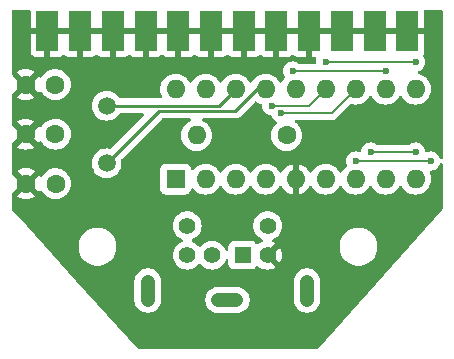
<source format=gbr>
%TF.GenerationSoftware,KiCad,Pcbnew,8.0.7*%
%TF.CreationDate,2025-01-12T22:52:32-06:00*%
%TF.ProjectId,Parallel-to-PS2-Keyboard-Adapter,50617261-6c6c-4656-9c2d-746f2d505332,v1.0*%
%TF.SameCoordinates,Original*%
%TF.FileFunction,Copper,L2,Bot*%
%TF.FilePolarity,Positive*%
%FSLAX46Y46*%
G04 Gerber Fmt 4.6, Leading zero omitted, Abs format (unit mm)*
G04 Created by KiCad (PCBNEW 8.0.7) date 2025-01-12 22:52:32*
%MOMM*%
%LPD*%
G01*
G04 APERTURE LIST*
%TA.AperFunction,ComponentPad*%
%ADD10C,1.600000*%
%TD*%
%TA.AperFunction,ComponentPad*%
%ADD11O,1.600000X1.600000*%
%TD*%
%TA.AperFunction,SMDPad,CuDef*%
%ADD12R,1.846667X3.480000*%
%TD*%
%TA.AperFunction,ComponentPad*%
%ADD13R,1.600000X1.600000*%
%TD*%
%TA.AperFunction,ComponentPad*%
%ADD14C,1.500000*%
%TD*%
%TA.AperFunction,ComponentPad*%
%ADD15R,1.408000X1.408000*%
%TD*%
%TA.AperFunction,ComponentPad*%
%ADD16C,1.408000*%
%TD*%
%TA.AperFunction,ComponentPad*%
%ADD17O,2.730000X1.230000*%
%TD*%
%TA.AperFunction,ComponentPad*%
%ADD18O,1.230000X2.730000*%
%TD*%
%TA.AperFunction,ViaPad*%
%ADD19C,0.800000*%
%TD*%
%TA.AperFunction,ViaPad*%
%ADD20C,0.600000*%
%TD*%
%TA.AperFunction,Conductor*%
%ADD21C,0.250000*%
%TD*%
%TA.AperFunction,Conductor*%
%ADD22C,0.200000*%
%TD*%
G04 APERTURE END LIST*
D10*
%TO.P,C3,1*%
%TO.N,+5V*%
X146050000Y-104394000D03*
%TO.P,C3,2*%
%TO.N,GND*%
X143550000Y-104394000D03*
%TD*%
%TO.P,R1,1*%
%TO.N,+5V*%
X165608000Y-100310000D03*
D11*
%TO.P,R1,2*%
%TO.N,Net-(U1-~{MCLR})*%
X157988000Y-100310000D03*
%TD*%
D10*
%TO.P,C1,1*%
%TO.N,GND*%
X143530000Y-96012000D03*
%TO.P,C1,2*%
%TO.N,Net-(U1-OSC1{slash}CLKIN)*%
X146030000Y-96012000D03*
%TD*%
D12*
%TO.P,J3,14,P14*%
%TO.N,GND*%
X175835000Y-91440000D03*
%TO.P,J3,15,P15*%
X173065000Y-91440000D03*
%TO.P,J3,16,P16*%
X170295000Y-91440000D03*
%TO.P,J3,17,P17*%
X167525000Y-91440000D03*
%TO.P,J3,18,P18*%
X164755000Y-91440000D03*
%TO.P,J3,19,P19*%
X161985000Y-91440000D03*
%TO.P,J3,20,P20*%
X159215000Y-91440000D03*
%TO.P,J3,21,P21*%
X156445000Y-91440000D03*
%TO.P,J3,22,P22*%
X153675000Y-91440000D03*
%TO.P,J3,23,P23*%
X150905000Y-91440000D03*
%TO.P,J3,24,P24*%
X148135000Y-91440000D03*
%TO.P,J3,25,P25*%
X145365000Y-91440000D03*
%TD*%
D13*
%TO.P,U1,1,RA2*%
%TO.N,unconnected-(U1-RA2-Pad1)*%
X156210000Y-104013000D03*
D11*
%TO.P,U1,2,RA3*%
%TO.N,unconnected-(U1-RA3-Pad2)*%
X158750000Y-104013000D03*
%TO.P,U1,3,TOCKI/RA4*%
%TO.N,/PS{slash}2 Data In*%
X161290000Y-104013000D03*
%TO.P,U1,4,~{MCLR}*%
%TO.N,Net-(U1-~{MCLR})*%
X163830000Y-104013000D03*
%TO.P,U1,5,VSS*%
%TO.N,GND*%
X166370000Y-104013000D03*
%TO.P,U1,6,INT/RB0*%
%TO.N,/PS{slash}2 Clock In*%
X168910000Y-104013000D03*
%TO.P,U1,7,RB1*%
%TO.N,/BIT1*%
X171450000Y-104013000D03*
%TO.P,U1,8,RB2*%
%TO.N,/BIT2*%
X173990000Y-104013000D03*
%TO.P,U1,9,RB3*%
%TO.N,/BIT3*%
X176530000Y-104013000D03*
%TO.P,U1,10,RB4*%
%TO.N,/BIT4*%
X176530000Y-96393000D03*
%TO.P,U1,11,RB5*%
%TO.N,/BIT5*%
X173990000Y-96393000D03*
%TO.P,U1,12,RB6*%
%TO.N,/BIT6*%
X171450000Y-96393000D03*
%TO.P,U1,13,RB7*%
%TO.N,/BIT7*%
X168910000Y-96393000D03*
%TO.P,U1,14,VDD*%
%TO.N,+5V*%
X166370000Y-96393000D03*
%TO.P,U1,15,OSC2/CLKOUT*%
%TO.N,Net-(U1-OSC2{slash}CLKOUT)*%
X163830000Y-96393000D03*
%TO.P,U1,16,OSC1/CLKIN*%
%TO.N,Net-(U1-OSC1{slash}CLKIN)*%
X161290000Y-96393000D03*
%TO.P,U1,17,RA0*%
%TO.N,unconnected-(U1-RA0-Pad17)*%
X158750000Y-96393000D03*
%TO.P,U1,18,RA1*%
%TO.N,/{slash}STROBE*%
X156210000Y-96393000D03*
%TD*%
D14*
%TO.P,Y1,1,1*%
%TO.N,Net-(U1-OSC1{slash}CLKIN)*%
X150368000Y-97790000D03*
%TO.P,Y1,2,2*%
%TO.N,Net-(U1-OSC2{slash}CLKOUT)*%
X150368000Y-102670000D03*
%TD*%
D15*
%TO.P,J1,1*%
%TO.N,/PS{slash}2 Data In*%
X161900000Y-110450000D03*
D16*
%TO.P,J1,2*%
%TO.N,unconnected-(J1-Pad2)*%
X159300000Y-110450000D03*
%TO.P,J1,3*%
%TO.N,GND*%
X164000000Y-110450000D03*
%TO.P,J1,4*%
%TO.N,+5V*%
X157200000Y-110450000D03*
%TO.P,J1,5*%
%TO.N,/PS{slash}2 Clock In*%
X164000000Y-107950000D03*
%TO.P,J1,6*%
%TO.N,unconnected-(J1-Pad6)*%
X157200000Y-107950000D03*
D17*
%TO.P,J1,S1*%
%TO.N,N/C*%
X160600000Y-114250000D03*
D18*
%TO.P,J1,S2*%
X153850000Y-113450000D03*
%TO.P,J1,S3*%
X167350000Y-113450000D03*
%TD*%
D10*
%TO.P,C2,1*%
%TO.N,GND*%
X143530000Y-100203000D03*
%TO.P,C2,2*%
%TO.N,Net-(U1-OSC2{slash}CLKOUT)*%
X146030000Y-100203000D03*
%TD*%
D19*
%TO.N,GND*%
X157861000Y-94107000D03*
D20*
%TO.N,/BIT1*%
X171450000Y-102489000D03*
X177800000Y-102489000D03*
%TO.N,/BIT3*%
X172720000Y-101727000D03*
X176530000Y-101727000D03*
%TO.N,/BIT4*%
X176530000Y-94107000D03*
X168910000Y-94107000D03*
%TO.N,/BIT5*%
X173990000Y-94869000D03*
X166116000Y-94869000D03*
%TO.N,/BIT6*%
X165100000Y-98390000D03*
%TO.N,/BIT7*%
X164338000Y-97790000D03*
%TD*%
D21*
%TO.N,Net-(U1-OSC1{slash}CLKIN)*%
X159893000Y-97790000D02*
X161290000Y-96393000D01*
X150368000Y-97790000D02*
X159893000Y-97790000D01*
%TO.N,Net-(U1-OSC2{slash}CLKOUT)*%
X154798000Y-98240000D02*
X161226116Y-98240000D01*
X150368000Y-102670000D02*
X154798000Y-98240000D01*
X163073116Y-96393000D02*
X163830000Y-96393000D01*
X161226116Y-98240000D02*
X163073116Y-96393000D01*
D22*
%TO.N,/BIT1*%
X171450000Y-102489000D02*
X177800000Y-102489000D01*
%TO.N,/BIT3*%
X176530000Y-101727000D02*
X172720000Y-101727000D01*
%TO.N,/BIT4*%
X176530000Y-94107000D02*
X168910000Y-94107000D01*
%TO.N,/BIT5*%
X173990000Y-94869000D02*
X166116000Y-94869000D01*
%TO.N,/BIT6*%
X171450000Y-96393000D02*
X169453000Y-98390000D01*
X169453000Y-98390000D02*
X165100000Y-98390000D01*
%TO.N,/BIT7*%
X164338000Y-97790000D02*
X167513000Y-97790000D01*
X167513000Y-97790000D02*
X168910000Y-96393000D01*
%TD*%
%TA.AperFunction,Conductor*%
%TO.N,GND*%
G36*
X143875787Y-89677702D02*
G01*
X143922280Y-89731358D01*
X143933666Y-89783700D01*
X143933666Y-91186000D01*
X177266334Y-91186000D01*
X177266334Y-89783700D01*
X177286336Y-89715579D01*
X177339992Y-89669086D01*
X177392334Y-89657700D01*
X178694300Y-89657700D01*
X178762421Y-89677702D01*
X178808914Y-89731358D01*
X178820300Y-89783700D01*
X178820300Y-102215336D01*
X178800298Y-102283457D01*
X178746642Y-102329950D01*
X178676368Y-102340054D01*
X178611788Y-102310560D01*
X178575371Y-102256951D01*
X178560809Y-102215336D01*
X178533043Y-102135985D01*
X178533041Y-102135982D01*
X178533041Y-102135981D01*
X178436112Y-101981720D01*
X178436111Y-101981718D01*
X178307281Y-101852888D01*
X178307279Y-101852887D01*
X178153018Y-101755958D01*
X178153015Y-101755957D01*
X177981050Y-101695784D01*
X177981049Y-101695783D01*
X177981047Y-101695783D01*
X177800000Y-101675384D01*
X177618953Y-101695783D01*
X177499806Y-101737474D01*
X177428903Y-101741092D01*
X177367298Y-101705803D01*
X177334552Y-101642810D01*
X177332987Y-101632666D01*
X177323217Y-101545953D01*
X177263043Y-101373985D01*
X177263041Y-101373982D01*
X177263041Y-101373981D01*
X177166112Y-101219720D01*
X177166111Y-101219718D01*
X177037281Y-101090888D01*
X177037279Y-101090887D01*
X176883018Y-100993958D01*
X176883015Y-100993957D01*
X176711050Y-100933784D01*
X176711049Y-100933783D01*
X176711047Y-100933783D01*
X176530000Y-100913384D01*
X176348953Y-100933783D01*
X176348950Y-100933783D01*
X176348949Y-100933784D01*
X176176984Y-100993957D01*
X176176981Y-100993958D01*
X176022725Y-101090883D01*
X176022570Y-101091008D01*
X176022450Y-101091056D01*
X176016727Y-101094653D01*
X176016097Y-101093650D01*
X175956841Y-101117845D01*
X175944006Y-101118500D01*
X173305994Y-101118500D01*
X173237873Y-101098498D01*
X173227430Y-101091008D01*
X173227274Y-101090883D01*
X173073018Y-100993958D01*
X173073015Y-100993957D01*
X172901050Y-100933784D01*
X172901049Y-100933783D01*
X172901047Y-100933783D01*
X172720000Y-100913384D01*
X172538953Y-100933783D01*
X172538950Y-100933783D01*
X172538949Y-100933784D01*
X172366984Y-100993957D01*
X172366981Y-100993958D01*
X172212720Y-101090887D01*
X172212718Y-101090888D01*
X172083888Y-101219718D01*
X172083887Y-101219720D01*
X171986958Y-101373981D01*
X171986957Y-101373984D01*
X171927368Y-101544282D01*
X171926783Y-101545953D01*
X171923404Y-101575944D01*
X171917014Y-101632653D01*
X171889509Y-101698106D01*
X171830985Y-101738298D01*
X171760022Y-101740469D01*
X171750191Y-101737473D01*
X171631050Y-101695784D01*
X171631049Y-101695783D01*
X171631047Y-101695783D01*
X171450000Y-101675384D01*
X171268953Y-101695783D01*
X171268950Y-101695783D01*
X171268949Y-101695784D01*
X171096984Y-101755957D01*
X171096981Y-101755958D01*
X170942720Y-101852887D01*
X170942718Y-101852888D01*
X170813888Y-101981718D01*
X170813887Y-101981720D01*
X170716958Y-102135981D01*
X170716957Y-102135984D01*
X170681289Y-102237920D01*
X170656783Y-102307953D01*
X170636384Y-102489000D01*
X170656783Y-102670047D01*
X170656783Y-102670049D01*
X170656784Y-102670050D01*
X170709853Y-102821714D01*
X170713472Y-102892619D01*
X170678183Y-102954224D01*
X170663196Y-102966541D01*
X170605702Y-103006799D01*
X170605701Y-103006800D01*
X170443799Y-103168703D01*
X170312477Y-103356250D01*
X170294195Y-103395457D01*
X170247278Y-103448742D01*
X170179001Y-103468203D01*
X170111041Y-103447661D01*
X170065805Y-103395457D01*
X170062234Y-103387799D01*
X170047523Y-103356251D01*
X169916198Y-103168700D01*
X169754300Y-103006802D01*
X169739274Y-102996281D01*
X169566749Y-102875477D01*
X169359246Y-102778717D01*
X169359240Y-102778715D01*
X169265771Y-102753670D01*
X169138087Y-102719457D01*
X168910000Y-102699502D01*
X168681913Y-102719457D01*
X168460759Y-102778715D01*
X168460753Y-102778717D01*
X168253250Y-102875477D01*
X168065703Y-103006799D01*
X168065697Y-103006804D01*
X167903804Y-103168697D01*
X167903799Y-103168703D01*
X167772475Y-103356252D01*
X167753918Y-103396049D01*
X167707001Y-103449333D01*
X167638724Y-103468794D01*
X167570764Y-103448252D01*
X167525530Y-103396049D01*
X167507089Y-103356503D01*
X167375815Y-103169025D01*
X167375810Y-103169019D01*
X167213980Y-103007189D01*
X167213974Y-103007184D01*
X167026498Y-102875912D01*
X166819073Y-102779188D01*
X166819071Y-102779187D01*
X166624000Y-102726917D01*
X166624000Y-103701314D01*
X166615606Y-103692920D01*
X166524394Y-103640259D01*
X166422661Y-103613000D01*
X166317339Y-103613000D01*
X166215606Y-103640259D01*
X166124394Y-103692920D01*
X166116000Y-103701314D01*
X166116000Y-102726917D01*
X166115999Y-102726917D01*
X165920928Y-102779187D01*
X165920926Y-102779188D01*
X165713501Y-102875912D01*
X165526025Y-103007184D01*
X165526019Y-103007189D01*
X165364189Y-103169019D01*
X165364184Y-103169025D01*
X165232910Y-103356504D01*
X165214468Y-103396051D01*
X165167550Y-103449335D01*
X165099272Y-103468794D01*
X165031313Y-103448250D01*
X164986080Y-103396047D01*
X164967641Y-103356504D01*
X164967523Y-103356251D01*
X164836198Y-103168700D01*
X164674300Y-103006802D01*
X164659274Y-102996281D01*
X164486749Y-102875477D01*
X164279246Y-102778717D01*
X164279240Y-102778715D01*
X164185771Y-102753670D01*
X164058087Y-102719457D01*
X163830000Y-102699502D01*
X163601913Y-102719457D01*
X163380759Y-102778715D01*
X163380753Y-102778717D01*
X163173250Y-102875477D01*
X162985703Y-103006799D01*
X162985697Y-103006804D01*
X162823804Y-103168697D01*
X162823799Y-103168703D01*
X162692477Y-103356250D01*
X162674195Y-103395457D01*
X162627278Y-103448742D01*
X162559001Y-103468203D01*
X162491041Y-103447661D01*
X162445805Y-103395457D01*
X162442234Y-103387799D01*
X162427523Y-103356251D01*
X162296198Y-103168700D01*
X162134300Y-103006802D01*
X162119274Y-102996281D01*
X161946749Y-102875477D01*
X161739246Y-102778717D01*
X161739240Y-102778715D01*
X161645771Y-102753670D01*
X161518087Y-102719457D01*
X161290000Y-102699502D01*
X161061913Y-102719457D01*
X160840759Y-102778715D01*
X160840753Y-102778717D01*
X160633250Y-102875477D01*
X160445703Y-103006799D01*
X160445697Y-103006804D01*
X160283804Y-103168697D01*
X160283799Y-103168703D01*
X160152477Y-103356250D01*
X160134195Y-103395457D01*
X160087278Y-103448742D01*
X160019001Y-103468203D01*
X159951041Y-103447661D01*
X159905805Y-103395457D01*
X159902234Y-103387799D01*
X159887523Y-103356251D01*
X159756198Y-103168700D01*
X159594300Y-103006802D01*
X159579274Y-102996281D01*
X159406749Y-102875477D01*
X159199246Y-102778717D01*
X159199240Y-102778715D01*
X159105771Y-102753670D01*
X158978087Y-102719457D01*
X158750000Y-102699502D01*
X158521913Y-102719457D01*
X158300759Y-102778715D01*
X158300753Y-102778717D01*
X158093250Y-102875477D01*
X157905703Y-103006799D01*
X157905697Y-103006804D01*
X157743804Y-103168697D01*
X157743795Y-103168708D01*
X157741483Y-103172010D01*
X157686021Y-103216333D01*
X157615401Y-103223635D01*
X157552044Y-103191598D01*
X157516065Y-103130393D01*
X157512999Y-103113198D01*
X157511989Y-103103799D01*
X157511347Y-103102079D01*
X157475811Y-103006804D01*
X157460889Y-102966796D01*
X157460888Y-102966794D01*
X157460887Y-102966792D01*
X157373261Y-102849738D01*
X157256207Y-102762112D01*
X157256202Y-102762110D01*
X157119204Y-102711011D01*
X157119196Y-102711009D01*
X157058649Y-102704500D01*
X157058638Y-102704500D01*
X155361362Y-102704500D01*
X155361350Y-102704500D01*
X155300803Y-102711009D01*
X155300795Y-102711011D01*
X155163797Y-102762110D01*
X155163792Y-102762112D01*
X155046738Y-102849738D01*
X154959112Y-102966792D01*
X154959110Y-102966797D01*
X154908011Y-103103795D01*
X154908009Y-103103803D01*
X154901500Y-103164350D01*
X154901500Y-104861649D01*
X154908009Y-104922196D01*
X154908011Y-104922204D01*
X154959110Y-105059202D01*
X154959112Y-105059207D01*
X155046738Y-105176261D01*
X155163792Y-105263887D01*
X155163794Y-105263888D01*
X155163796Y-105263889D01*
X155222875Y-105285924D01*
X155300795Y-105314988D01*
X155300803Y-105314990D01*
X155361350Y-105321499D01*
X155361355Y-105321499D01*
X155361362Y-105321500D01*
X155361368Y-105321500D01*
X157058632Y-105321500D01*
X157058638Y-105321500D01*
X157058645Y-105321499D01*
X157058649Y-105321499D01*
X157119196Y-105314990D01*
X157119199Y-105314989D01*
X157119201Y-105314989D01*
X157256204Y-105263889D01*
X157278389Y-105247282D01*
X157373261Y-105176261D01*
X157460887Y-105059207D01*
X157460887Y-105059206D01*
X157460889Y-105059204D01*
X157511989Y-104922201D01*
X157512998Y-104912808D01*
X157540163Y-104847215D01*
X157598478Y-104806721D01*
X157669429Y-104804182D01*
X157730490Y-104840405D01*
X157741487Y-104853995D01*
X157743796Y-104857292D01*
X157743802Y-104857300D01*
X157905700Y-105019198D01*
X158093251Y-105150523D01*
X158300757Y-105247284D01*
X158521913Y-105306543D01*
X158750000Y-105326498D01*
X158978087Y-105306543D01*
X159199243Y-105247284D01*
X159406749Y-105150523D01*
X159594300Y-105019198D01*
X159756198Y-104857300D01*
X159887523Y-104669749D01*
X159905805Y-104630543D01*
X159952721Y-104577258D01*
X160020998Y-104557796D01*
X160088958Y-104578337D01*
X160134195Y-104630543D01*
X160152477Y-104669749D01*
X160283802Y-104857300D01*
X160445700Y-105019198D01*
X160633251Y-105150523D01*
X160840757Y-105247284D01*
X161061913Y-105306543D01*
X161290000Y-105326498D01*
X161518087Y-105306543D01*
X161739243Y-105247284D01*
X161946749Y-105150523D01*
X162134300Y-105019198D01*
X162296198Y-104857300D01*
X162427523Y-104669749D01*
X162445805Y-104630543D01*
X162492721Y-104577258D01*
X162560998Y-104557796D01*
X162628958Y-104578337D01*
X162674195Y-104630543D01*
X162692477Y-104669749D01*
X162823802Y-104857300D01*
X162985700Y-105019198D01*
X163173251Y-105150523D01*
X163380757Y-105247284D01*
X163601913Y-105306543D01*
X163830000Y-105326498D01*
X164058087Y-105306543D01*
X164279243Y-105247284D01*
X164486749Y-105150523D01*
X164674300Y-105019198D01*
X164836198Y-104857300D01*
X164967523Y-104669749D01*
X164986081Y-104629950D01*
X165032995Y-104576667D01*
X165101272Y-104557205D01*
X165169232Y-104577745D01*
X165214469Y-104629949D01*
X165232911Y-104669497D01*
X165364184Y-104856974D01*
X165364189Y-104856980D01*
X165526019Y-105018810D01*
X165526025Y-105018815D01*
X165713501Y-105150087D01*
X165920926Y-105246811D01*
X165920931Y-105246813D01*
X166116000Y-105299081D01*
X166116000Y-104324686D01*
X166124394Y-104333080D01*
X166215606Y-104385741D01*
X166317339Y-104413000D01*
X166422661Y-104413000D01*
X166524394Y-104385741D01*
X166615606Y-104333080D01*
X166624000Y-104324686D01*
X166624000Y-105299081D01*
X166819068Y-105246813D01*
X166819073Y-105246811D01*
X167026498Y-105150087D01*
X167213974Y-105018815D01*
X167213980Y-105018810D01*
X167375810Y-104856980D01*
X167375815Y-104856974D01*
X167507087Y-104669498D01*
X167525529Y-104629951D01*
X167572446Y-104576666D01*
X167640723Y-104557205D01*
X167708683Y-104577747D01*
X167753919Y-104629951D01*
X167772477Y-104669749D01*
X167903802Y-104857300D01*
X168065700Y-105019198D01*
X168253251Y-105150523D01*
X168460757Y-105247284D01*
X168681913Y-105306543D01*
X168910000Y-105326498D01*
X169138087Y-105306543D01*
X169359243Y-105247284D01*
X169566749Y-105150523D01*
X169754300Y-105019198D01*
X169916198Y-104857300D01*
X170047523Y-104669749D01*
X170065805Y-104630543D01*
X170112721Y-104577258D01*
X170180998Y-104557796D01*
X170248958Y-104578337D01*
X170294195Y-104630543D01*
X170312477Y-104669749D01*
X170443802Y-104857300D01*
X170605700Y-105019198D01*
X170793251Y-105150523D01*
X171000757Y-105247284D01*
X171221913Y-105306543D01*
X171450000Y-105326498D01*
X171678087Y-105306543D01*
X171899243Y-105247284D01*
X172106749Y-105150523D01*
X172294300Y-105019198D01*
X172456198Y-104857300D01*
X172587523Y-104669749D01*
X172605805Y-104630543D01*
X172652721Y-104577258D01*
X172720998Y-104557796D01*
X172788958Y-104578337D01*
X172834195Y-104630543D01*
X172852477Y-104669749D01*
X172983802Y-104857300D01*
X173145700Y-105019198D01*
X173333251Y-105150523D01*
X173540757Y-105247284D01*
X173761913Y-105306543D01*
X173990000Y-105326498D01*
X174218087Y-105306543D01*
X174439243Y-105247284D01*
X174646749Y-105150523D01*
X174834300Y-105019198D01*
X174996198Y-104857300D01*
X175127523Y-104669749D01*
X175145805Y-104630543D01*
X175192721Y-104577258D01*
X175260998Y-104557796D01*
X175328958Y-104578337D01*
X175374195Y-104630543D01*
X175392477Y-104669749D01*
X175523802Y-104857300D01*
X175685700Y-105019198D01*
X175873251Y-105150523D01*
X176080757Y-105247284D01*
X176301913Y-105306543D01*
X176530000Y-105326498D01*
X176758087Y-105306543D01*
X176979243Y-105247284D01*
X177186749Y-105150523D01*
X177374300Y-105019198D01*
X177536198Y-104857300D01*
X177667523Y-104669749D01*
X177764284Y-104462243D01*
X177823543Y-104241087D01*
X177843498Y-104013000D01*
X177823543Y-103784913D01*
X177764284Y-103563757D01*
X177724438Y-103478307D01*
X177713778Y-103408119D01*
X177742758Y-103343306D01*
X177802177Y-103304449D01*
X177824519Y-103299853D01*
X177981047Y-103282217D01*
X178153015Y-103222043D01*
X178307281Y-103125111D01*
X178436111Y-102996281D01*
X178533043Y-102842015D01*
X178575371Y-102721047D01*
X178616749Y-102663356D01*
X178682749Y-102637194D01*
X178752417Y-102650867D01*
X178803633Y-102700034D01*
X178820300Y-102762663D01*
X178820300Y-106517079D01*
X178800298Y-106585200D01*
X178788211Y-106601084D01*
X168254386Y-118377105D01*
X168194061Y-118414541D01*
X168160475Y-118419100D01*
X153097829Y-118419100D01*
X153029708Y-118399098D01*
X153004213Y-118377433D01*
X147810079Y-112611579D01*
X152726500Y-112611579D01*
X152726500Y-114288421D01*
X152754164Y-114463087D01*
X152808812Y-114631274D01*
X152889097Y-114788842D01*
X152993042Y-114931911D01*
X152993044Y-114931913D01*
X152993046Y-114931916D01*
X153118083Y-115056953D01*
X153118086Y-115056955D01*
X153118089Y-115056958D01*
X153261158Y-115160903D01*
X153418726Y-115241188D01*
X153586913Y-115295836D01*
X153761579Y-115323500D01*
X153761582Y-115323500D01*
X153938418Y-115323500D01*
X153938421Y-115323500D01*
X154113087Y-115295836D01*
X154281274Y-115241188D01*
X154438842Y-115160903D01*
X154581911Y-115056958D01*
X154706958Y-114931911D01*
X154810903Y-114788842D01*
X154891188Y-114631274D01*
X154945836Y-114463087D01*
X154973500Y-114288421D01*
X154973500Y-114161579D01*
X158726500Y-114161579D01*
X158726500Y-114338421D01*
X158754164Y-114513087D01*
X158808812Y-114681274D01*
X158889097Y-114838842D01*
X158993042Y-114981911D01*
X158993044Y-114981913D01*
X158993046Y-114981916D01*
X159118083Y-115106953D01*
X159118086Y-115106955D01*
X159118089Y-115106958D01*
X159261158Y-115210903D01*
X159418726Y-115291188D01*
X159586913Y-115345836D01*
X159761579Y-115373500D01*
X159761582Y-115373500D01*
X161438418Y-115373500D01*
X161438421Y-115373500D01*
X161613087Y-115345836D01*
X161781274Y-115291188D01*
X161938842Y-115210903D01*
X162081911Y-115106958D01*
X162206958Y-114981911D01*
X162310903Y-114838842D01*
X162391188Y-114681274D01*
X162445836Y-114513087D01*
X162473500Y-114338421D01*
X162473500Y-114161579D01*
X162445836Y-113986913D01*
X162391188Y-113818726D01*
X162310903Y-113661158D01*
X162206958Y-113518089D01*
X162206955Y-113518086D01*
X162206953Y-113518083D01*
X162081916Y-113393046D01*
X162081913Y-113393044D01*
X162081911Y-113393042D01*
X161938842Y-113289097D01*
X161781274Y-113208812D01*
X161781273Y-113208811D01*
X161781272Y-113208811D01*
X161613090Y-113154165D01*
X161613087Y-113154164D01*
X161438421Y-113126500D01*
X159761579Y-113126500D01*
X159586913Y-113154164D01*
X159586910Y-113154164D01*
X159586909Y-113154165D01*
X159418727Y-113208811D01*
X159261154Y-113289099D01*
X159118086Y-113393044D01*
X159118083Y-113393046D01*
X158993046Y-113518083D01*
X158993044Y-113518086D01*
X158889099Y-113661154D01*
X158808811Y-113818727D01*
X158754165Y-113986909D01*
X158754164Y-113986913D01*
X158726500Y-114161579D01*
X154973500Y-114161579D01*
X154973500Y-112611579D01*
X166226500Y-112611579D01*
X166226500Y-114288421D01*
X166254164Y-114463087D01*
X166308812Y-114631274D01*
X166389097Y-114788842D01*
X166493042Y-114931911D01*
X166493044Y-114931913D01*
X166493046Y-114931916D01*
X166618083Y-115056953D01*
X166618086Y-115056955D01*
X166618089Y-115056958D01*
X166761158Y-115160903D01*
X166918726Y-115241188D01*
X167086913Y-115295836D01*
X167261579Y-115323500D01*
X167261582Y-115323500D01*
X167438418Y-115323500D01*
X167438421Y-115323500D01*
X167613087Y-115295836D01*
X167781274Y-115241188D01*
X167938842Y-115160903D01*
X168081911Y-115056958D01*
X168206958Y-114931911D01*
X168310903Y-114788842D01*
X168391188Y-114631274D01*
X168445836Y-114463087D01*
X168473500Y-114288421D01*
X168473500Y-112611579D01*
X168445836Y-112436913D01*
X168391188Y-112268726D01*
X168310903Y-112111158D01*
X168206958Y-111968089D01*
X168206955Y-111968086D01*
X168206953Y-111968083D01*
X168081916Y-111843046D01*
X168081913Y-111843044D01*
X168081911Y-111843042D01*
X167938842Y-111739097D01*
X167781274Y-111658812D01*
X167781273Y-111658811D01*
X167781272Y-111658811D01*
X167613090Y-111604165D01*
X167613087Y-111604164D01*
X167438421Y-111576500D01*
X167261579Y-111576500D01*
X167086913Y-111604164D01*
X167086910Y-111604164D01*
X167086909Y-111604165D01*
X166918727Y-111658811D01*
X166761154Y-111739099D01*
X166618086Y-111843044D01*
X166618083Y-111843046D01*
X166493046Y-111968083D01*
X166493044Y-111968086D01*
X166389099Y-112111154D01*
X166308811Y-112268727D01*
X166254165Y-112436909D01*
X166254164Y-112436913D01*
X166226500Y-112611579D01*
X154973500Y-112611579D01*
X154945836Y-112436913D01*
X154891188Y-112268726D01*
X154810903Y-112111158D01*
X154706958Y-111968089D01*
X154706955Y-111968086D01*
X154706953Y-111968083D01*
X154581916Y-111843046D01*
X154581913Y-111843044D01*
X154581911Y-111843042D01*
X154438842Y-111739097D01*
X154281274Y-111658812D01*
X154281273Y-111658811D01*
X154281272Y-111658811D01*
X154113090Y-111604165D01*
X154113087Y-111604164D01*
X153938421Y-111576500D01*
X153761579Y-111576500D01*
X153586913Y-111604164D01*
X153586910Y-111604164D01*
X153586909Y-111604165D01*
X153418727Y-111658811D01*
X153261154Y-111739099D01*
X153118086Y-111843044D01*
X153118083Y-111843046D01*
X152993046Y-111968083D01*
X152993044Y-111968086D01*
X152889099Y-112111154D01*
X152808811Y-112268727D01*
X152754165Y-112436909D01*
X152754164Y-112436913D01*
X152726500Y-112611579D01*
X147810079Y-112611579D01*
X145098952Y-109602038D01*
X148005500Y-109602038D01*
X148005500Y-109853962D01*
X148041952Y-110084110D01*
X148044911Y-110102790D01*
X148122757Y-110342374D01*
X148122759Y-110342379D01*
X148237130Y-110566845D01*
X148385207Y-110770656D01*
X148385209Y-110770658D01*
X148385211Y-110770661D01*
X148563338Y-110948788D01*
X148563341Y-110948790D01*
X148563344Y-110948793D01*
X148767155Y-111096870D01*
X148991621Y-111211241D01*
X149231215Y-111289090D01*
X149480038Y-111328500D01*
X149480041Y-111328500D01*
X149731959Y-111328500D01*
X149731962Y-111328500D01*
X149980785Y-111289090D01*
X150220379Y-111211241D01*
X150444845Y-111096870D01*
X150648656Y-110948793D01*
X150826793Y-110770656D01*
X150974870Y-110566845D01*
X151089241Y-110342379D01*
X151167090Y-110102785D01*
X151206500Y-109853962D01*
X151206500Y-109602038D01*
X151167090Y-109353215D01*
X151089241Y-109113621D01*
X150974870Y-108889155D01*
X150826793Y-108685344D01*
X150826790Y-108685341D01*
X150826788Y-108685338D01*
X150648661Y-108507211D01*
X150648658Y-108507209D01*
X150648656Y-108507207D01*
X150495235Y-108395741D01*
X150444848Y-108359132D01*
X150444847Y-108359131D01*
X150444845Y-108359130D01*
X150220379Y-108244759D01*
X150220376Y-108244758D01*
X150220374Y-108244757D01*
X149980790Y-108166911D01*
X149980786Y-108166910D01*
X149980785Y-108166910D01*
X149731962Y-108127500D01*
X149480038Y-108127500D01*
X149231215Y-108166910D01*
X149231209Y-108166911D01*
X148991625Y-108244757D01*
X148991619Y-108244760D01*
X148767151Y-108359132D01*
X148563341Y-108507209D01*
X148563338Y-108507211D01*
X148385211Y-108685338D01*
X148385209Y-108685341D01*
X148237132Y-108889151D01*
X148122760Y-109113619D01*
X148122757Y-109113625D01*
X148044911Y-109353209D01*
X148044910Y-109353214D01*
X148044910Y-109353215D01*
X148005500Y-109602038D01*
X145098952Y-109602038D01*
X143610724Y-107950000D01*
X155982868Y-107950000D01*
X156001359Y-108161353D01*
X156023707Y-108244757D01*
X156056269Y-108366282D01*
X156056271Y-108366286D01*
X156145932Y-108558564D01*
X156145933Y-108558566D01*
X156267616Y-108732348D01*
X156267620Y-108732353D01*
X156267623Y-108732357D01*
X156417643Y-108882377D01*
X156417647Y-108882380D01*
X156417651Y-108882383D01*
X156516806Y-108951812D01*
X156591434Y-109004067D01*
X156713827Y-109061140D01*
X156766720Y-109085805D01*
X156820005Y-109132723D01*
X156839466Y-109201000D01*
X156818924Y-109268960D01*
X156766720Y-109314195D01*
X156591436Y-109395932D01*
X156591433Y-109395933D01*
X156417651Y-109517616D01*
X156417640Y-109517625D01*
X156267625Y-109667640D01*
X156267616Y-109667651D01*
X156145933Y-109841433D01*
X156145932Y-109841435D01*
X156056271Y-110033713D01*
X156056269Y-110033717D01*
X156037571Y-110103500D01*
X156001359Y-110238647D01*
X155982868Y-110450000D01*
X156001359Y-110661353D01*
X156016725Y-110718699D01*
X156056269Y-110866282D01*
X156056271Y-110866286D01*
X156145932Y-111058564D01*
X156145933Y-111058566D01*
X156267616Y-111232348D01*
X156267620Y-111232353D01*
X156267623Y-111232357D01*
X156417643Y-111382377D01*
X156417647Y-111382380D01*
X156417651Y-111382383D01*
X156458599Y-111411055D01*
X156591434Y-111504067D01*
X156783716Y-111593730D01*
X156988647Y-111648641D01*
X157200000Y-111667132D01*
X157411353Y-111648641D01*
X157616284Y-111593730D01*
X157808566Y-111504067D01*
X157982357Y-111382377D01*
X158132377Y-111232357D01*
X158146787Y-111211776D01*
X158202243Y-111167449D01*
X158272862Y-111160139D01*
X158336223Y-111192170D01*
X158353211Y-111211774D01*
X158362687Y-111225307D01*
X158367616Y-111232348D01*
X158367623Y-111232357D01*
X158517643Y-111382377D01*
X158517647Y-111382380D01*
X158517651Y-111382383D01*
X158558599Y-111411055D01*
X158691434Y-111504067D01*
X158883716Y-111593730D01*
X159088647Y-111648641D01*
X159300000Y-111667132D01*
X159511353Y-111648641D01*
X159716284Y-111593730D01*
X159908566Y-111504067D01*
X160082357Y-111382377D01*
X160232377Y-111232357D01*
X160354067Y-111058566D01*
X160443730Y-110866284D01*
X160443731Y-110866282D01*
X160446055Y-110861298D01*
X160447539Y-110861990D01*
X160485187Y-110810852D01*
X160551507Y-110785510D01*
X160620999Y-110800046D01*
X160671601Y-110849845D01*
X160687500Y-110911113D01*
X160687500Y-111202649D01*
X160694009Y-111263196D01*
X160694011Y-111263204D01*
X160745110Y-111400202D01*
X160745112Y-111400207D01*
X160832738Y-111517261D01*
X160949792Y-111604887D01*
X160949794Y-111604888D01*
X160949796Y-111604889D01*
X161008875Y-111626924D01*
X161086795Y-111655988D01*
X161086803Y-111655990D01*
X161147350Y-111662499D01*
X161147355Y-111662499D01*
X161147362Y-111662500D01*
X161147368Y-111662500D01*
X162652632Y-111662500D01*
X162652638Y-111662500D01*
X162652645Y-111662499D01*
X162652649Y-111662499D01*
X162713196Y-111655990D01*
X162713199Y-111655989D01*
X162713201Y-111655989D01*
X162850204Y-111604889D01*
X162851173Y-111604164D01*
X162967261Y-111517261D01*
X163046766Y-111411055D01*
X163103601Y-111368508D01*
X163174417Y-111363443D01*
X163219904Y-111383351D01*
X163391681Y-111503630D01*
X163583885Y-111593256D01*
X163583890Y-111593258D01*
X163788734Y-111648146D01*
X164000000Y-111666629D01*
X164211265Y-111648146D01*
X164416109Y-111593258D01*
X164416114Y-111593256D01*
X164608314Y-111503632D01*
X164658958Y-111468170D01*
X164658958Y-111468169D01*
X164084123Y-110893333D01*
X164173694Y-110869333D01*
X164276306Y-110810090D01*
X164360090Y-110726306D01*
X164419333Y-110623694D01*
X164443333Y-110534122D01*
X165018169Y-111108958D01*
X165018170Y-111108958D01*
X165053632Y-111058314D01*
X165143256Y-110866114D01*
X165143258Y-110866109D01*
X165198146Y-110661265D01*
X165216629Y-110450000D01*
X165198146Y-110238734D01*
X165143258Y-110033890D01*
X165143256Y-110033885D01*
X165053631Y-109841684D01*
X165018170Y-109791040D01*
X165018168Y-109791040D01*
X164443333Y-110365875D01*
X164419333Y-110276306D01*
X164360090Y-110173694D01*
X164276306Y-110089910D01*
X164173694Y-110030667D01*
X164084122Y-110006666D01*
X164488749Y-109602038D01*
X170103500Y-109602038D01*
X170103500Y-109853962D01*
X170139952Y-110084110D01*
X170142911Y-110102790D01*
X170220757Y-110342374D01*
X170220759Y-110342379D01*
X170335130Y-110566845D01*
X170483207Y-110770656D01*
X170483209Y-110770658D01*
X170483211Y-110770661D01*
X170661338Y-110948788D01*
X170661341Y-110948790D01*
X170661344Y-110948793D01*
X170865155Y-111096870D01*
X171089621Y-111211241D01*
X171329215Y-111289090D01*
X171578038Y-111328500D01*
X171578041Y-111328500D01*
X171829959Y-111328500D01*
X171829962Y-111328500D01*
X172078785Y-111289090D01*
X172318379Y-111211241D01*
X172542845Y-111096870D01*
X172746656Y-110948793D01*
X172924793Y-110770656D01*
X173072870Y-110566845D01*
X173187241Y-110342379D01*
X173265090Y-110102785D01*
X173304500Y-109853962D01*
X173304500Y-109602038D01*
X173265090Y-109353215D01*
X173187241Y-109113621D01*
X173072870Y-108889155D01*
X172924793Y-108685344D01*
X172924790Y-108685341D01*
X172924788Y-108685338D01*
X172746661Y-108507211D01*
X172746658Y-108507209D01*
X172746656Y-108507207D01*
X172593235Y-108395741D01*
X172542848Y-108359132D01*
X172542847Y-108359131D01*
X172542845Y-108359130D01*
X172318379Y-108244759D01*
X172318376Y-108244758D01*
X172318374Y-108244757D01*
X172078790Y-108166911D01*
X172078786Y-108166910D01*
X172078785Y-108166910D01*
X171829962Y-108127500D01*
X171578038Y-108127500D01*
X171329215Y-108166910D01*
X171329209Y-108166911D01*
X171089625Y-108244757D01*
X171089619Y-108244760D01*
X170865151Y-108359132D01*
X170661341Y-108507209D01*
X170661338Y-108507211D01*
X170483211Y-108685338D01*
X170483209Y-108685341D01*
X170335132Y-108889151D01*
X170220760Y-109113619D01*
X170220757Y-109113625D01*
X170142911Y-109353209D01*
X170142910Y-109353214D01*
X170142910Y-109353215D01*
X170103500Y-109602038D01*
X164488749Y-109602038D01*
X164658958Y-109431828D01*
X164658958Y-109431827D01*
X164608318Y-109396369D01*
X164432687Y-109314471D01*
X164379402Y-109267554D01*
X164359941Y-109199276D01*
X164380483Y-109131316D01*
X164432687Y-109086081D01*
X164433279Y-109085805D01*
X164608566Y-109004067D01*
X164782357Y-108882377D01*
X164932377Y-108732357D01*
X165054067Y-108558566D01*
X165143730Y-108366284D01*
X165198641Y-108161353D01*
X165217132Y-107950000D01*
X165198641Y-107738647D01*
X165143730Y-107533716D01*
X165054067Y-107341434D01*
X164932377Y-107167643D01*
X164782357Y-107017623D01*
X164782353Y-107017620D01*
X164782348Y-107017616D01*
X164608566Y-106895933D01*
X164608564Y-106895932D01*
X164416286Y-106806271D01*
X164416282Y-106806269D01*
X164319146Y-106780242D01*
X164211353Y-106751359D01*
X164000000Y-106732868D01*
X163788647Y-106751359D01*
X163733737Y-106766072D01*
X163583717Y-106806269D01*
X163583713Y-106806271D01*
X163391435Y-106895932D01*
X163391433Y-106895933D01*
X163217651Y-107017616D01*
X163217640Y-107017625D01*
X163067625Y-107167640D01*
X163067616Y-107167651D01*
X162945933Y-107341433D01*
X162945932Y-107341435D01*
X162856271Y-107533713D01*
X162856269Y-107533717D01*
X162816072Y-107683737D01*
X162801359Y-107738647D01*
X162782868Y-107950000D01*
X162801359Y-108161353D01*
X162823707Y-108244757D01*
X162856269Y-108366282D01*
X162856271Y-108366286D01*
X162945932Y-108558564D01*
X162945933Y-108558566D01*
X163067616Y-108732348D01*
X163067620Y-108732353D01*
X163067623Y-108732357D01*
X163217643Y-108882377D01*
X163217647Y-108882380D01*
X163217651Y-108882383D01*
X163316806Y-108951812D01*
X163391434Y-109004067D01*
X163519560Y-109063813D01*
X163567312Y-109086081D01*
X163620597Y-109132999D01*
X163640058Y-109201276D01*
X163619516Y-109269236D01*
X163567312Y-109314471D01*
X163391685Y-109396367D01*
X163219904Y-109516649D01*
X163152630Y-109539336D01*
X163083770Y-109522051D01*
X163046766Y-109488944D01*
X162967261Y-109382738D01*
X162850207Y-109295112D01*
X162850202Y-109295110D01*
X162713204Y-109244011D01*
X162713196Y-109244009D01*
X162652649Y-109237500D01*
X162652638Y-109237500D01*
X161147362Y-109237500D01*
X161147350Y-109237500D01*
X161086803Y-109244009D01*
X161086795Y-109244011D01*
X160949797Y-109295110D01*
X160949792Y-109295112D01*
X160832738Y-109382738D01*
X160745112Y-109499792D01*
X160745110Y-109499797D01*
X160694011Y-109636795D01*
X160694009Y-109636803D01*
X160687500Y-109697350D01*
X160687500Y-109988886D01*
X160667498Y-110057007D01*
X160613842Y-110103500D01*
X160543568Y-110113604D01*
X160478988Y-110084110D01*
X160447319Y-110038112D01*
X160446055Y-110038702D01*
X160422825Y-109988886D01*
X160354067Y-109841434D01*
X160232377Y-109667643D01*
X160082357Y-109517623D01*
X160082353Y-109517620D01*
X160082348Y-109517616D01*
X159908566Y-109395933D01*
X159908564Y-109395932D01*
X159716286Y-109306271D01*
X159716282Y-109306269D01*
X159621173Y-109280785D01*
X159511353Y-109251359D01*
X159300000Y-109232868D01*
X159088647Y-109251359D01*
X159033737Y-109266072D01*
X158883717Y-109306269D01*
X158883713Y-109306271D01*
X158691435Y-109395932D01*
X158691433Y-109395933D01*
X158517651Y-109517616D01*
X158517646Y-109517620D01*
X158367622Y-109667643D01*
X158353213Y-109688222D01*
X158297755Y-109732551D01*
X158227136Y-109739859D01*
X158163775Y-109707828D01*
X158146787Y-109688222D01*
X158132377Y-109667643D01*
X158066772Y-109602038D01*
X157982357Y-109517623D01*
X157982353Y-109517620D01*
X157982348Y-109517616D01*
X157808566Y-109395933D01*
X157808564Y-109395932D01*
X157633279Y-109314195D01*
X157579994Y-109267278D01*
X157560533Y-109199000D01*
X157581075Y-109131040D01*
X157633279Y-109085805D01*
X157808566Y-109004067D01*
X157982357Y-108882377D01*
X158132377Y-108732357D01*
X158254067Y-108558566D01*
X158343730Y-108366284D01*
X158398641Y-108161353D01*
X158417132Y-107950000D01*
X158398641Y-107738647D01*
X158343730Y-107533716D01*
X158254067Y-107341434D01*
X158132377Y-107167643D01*
X157982357Y-107017623D01*
X157982353Y-107017620D01*
X157982348Y-107017616D01*
X157808566Y-106895933D01*
X157808564Y-106895932D01*
X157616286Y-106806271D01*
X157616282Y-106806269D01*
X157519146Y-106780242D01*
X157411353Y-106751359D01*
X157200000Y-106732868D01*
X156988647Y-106751359D01*
X156933737Y-106766072D01*
X156783717Y-106806269D01*
X156783713Y-106806271D01*
X156591435Y-106895932D01*
X156591433Y-106895933D01*
X156417651Y-107017616D01*
X156417640Y-107017625D01*
X156267625Y-107167640D01*
X156267616Y-107167651D01*
X156145933Y-107341433D01*
X156145932Y-107341435D01*
X156056271Y-107533713D01*
X156056269Y-107533717D01*
X156016072Y-107683737D01*
X156001359Y-107738647D01*
X155982868Y-107950000D01*
X143610724Y-107950000D01*
X142395084Y-106600554D01*
X142364351Y-106536554D01*
X142362700Y-106516221D01*
X142362700Y-105250627D01*
X142382702Y-105182506D01*
X142436358Y-105136013D01*
X142451358Y-105133429D01*
X143150000Y-104434788D01*
X143150000Y-104446661D01*
X143177259Y-104548394D01*
X143229920Y-104639606D01*
X143304394Y-104714080D01*
X143395606Y-104766741D01*
X143497339Y-104794000D01*
X143509210Y-104794000D01*
X142822110Y-105481098D01*
X142822110Y-105481100D01*
X142893498Y-105531086D01*
X143100926Y-105627811D01*
X143100931Y-105627813D01*
X143321999Y-105687048D01*
X143321995Y-105687048D01*
X143550000Y-105706995D01*
X143778002Y-105687048D01*
X143999068Y-105627813D01*
X143999073Y-105627811D01*
X144206497Y-105531088D01*
X144277888Y-105481099D01*
X144277888Y-105481097D01*
X143590791Y-104794000D01*
X143602661Y-104794000D01*
X143704394Y-104766741D01*
X143795606Y-104714080D01*
X143870080Y-104639606D01*
X143922741Y-104548394D01*
X143950000Y-104446661D01*
X143950000Y-104434791D01*
X144637097Y-105121888D01*
X144637099Y-105121888D01*
X144687088Y-105050496D01*
X144689841Y-105045730D01*
X144691729Y-105046820D01*
X144732384Y-105000594D01*
X144800651Y-104981094D01*
X144868622Y-105001597D01*
X144907989Y-105046987D01*
X144909726Y-105045985D01*
X144912474Y-105050746D01*
X145043799Y-105238296D01*
X145043802Y-105238300D01*
X145205700Y-105400198D01*
X145393251Y-105531523D01*
X145600757Y-105628284D01*
X145821913Y-105687543D01*
X146050000Y-105707498D01*
X146278087Y-105687543D01*
X146499243Y-105628284D01*
X146706749Y-105531523D01*
X146894300Y-105400198D01*
X147056198Y-105238300D01*
X147187523Y-105050749D01*
X147284284Y-104843243D01*
X147343543Y-104622087D01*
X147363498Y-104394000D01*
X147343543Y-104165913D01*
X147284284Y-103944757D01*
X147187523Y-103737251D01*
X147056198Y-103549700D01*
X146894300Y-103387802D01*
X146778757Y-103306898D01*
X146706749Y-103256477D01*
X146499246Y-103159717D01*
X146499240Y-103159715D01*
X146370096Y-103125111D01*
X146278087Y-103100457D01*
X146050000Y-103080502D01*
X145821913Y-103100457D01*
X145600759Y-103159715D01*
X145600753Y-103159717D01*
X145393250Y-103256477D01*
X145205703Y-103387799D01*
X145205697Y-103387804D01*
X145043804Y-103549697D01*
X145043799Y-103549703D01*
X144912474Y-103737253D01*
X144909726Y-103742015D01*
X144907931Y-103740978D01*
X144866942Y-103787480D01*
X144798653Y-103806903D01*
X144730705Y-103786324D01*
X144691655Y-103741217D01*
X144689839Y-103742266D01*
X144687086Y-103737498D01*
X144637100Y-103666110D01*
X144637098Y-103666110D01*
X143950000Y-104353208D01*
X143950000Y-104341339D01*
X143922741Y-104239606D01*
X143870080Y-104148394D01*
X143795606Y-104073920D01*
X143704394Y-104021259D01*
X143602661Y-103994000D01*
X143590790Y-103994000D01*
X144277888Y-103306899D01*
X144277888Y-103306898D01*
X144206501Y-103256913D01*
X143999073Y-103160188D01*
X143999068Y-103160186D01*
X143778000Y-103100951D01*
X143778004Y-103100951D01*
X143550000Y-103081004D01*
X143321997Y-103100951D01*
X143100931Y-103160186D01*
X143100926Y-103160188D01*
X142893500Y-103256913D01*
X142822109Y-103306900D01*
X143509209Y-103994000D01*
X143497339Y-103994000D01*
X143395606Y-104021259D01*
X143304394Y-104073920D01*
X143229920Y-104148394D01*
X143177259Y-104239606D01*
X143150000Y-104341339D01*
X143150000Y-104353209D01*
X142449621Y-103652830D01*
X142430078Y-103648903D01*
X142379085Y-103599504D01*
X142362700Y-103537371D01*
X142362700Y-101061376D01*
X142382702Y-100993255D01*
X142403850Y-100974930D01*
X142401354Y-100972434D01*
X143130000Y-100243788D01*
X143130000Y-100255661D01*
X143157259Y-100357394D01*
X143209920Y-100448606D01*
X143284394Y-100523080D01*
X143375606Y-100575741D01*
X143477339Y-100603000D01*
X143489210Y-100603000D01*
X142802110Y-101290098D01*
X142802110Y-101290100D01*
X142873498Y-101340086D01*
X143080926Y-101436811D01*
X143080931Y-101436813D01*
X143301999Y-101496048D01*
X143301995Y-101496048D01*
X143530000Y-101515995D01*
X143758002Y-101496048D01*
X143979068Y-101436813D01*
X143979073Y-101436811D01*
X144186497Y-101340088D01*
X144257888Y-101290099D01*
X144257888Y-101290097D01*
X143570791Y-100603000D01*
X143582661Y-100603000D01*
X143684394Y-100575741D01*
X143775606Y-100523080D01*
X143850080Y-100448606D01*
X143902741Y-100357394D01*
X143930000Y-100255661D01*
X143930000Y-100243791D01*
X144617097Y-100930888D01*
X144617099Y-100930888D01*
X144667088Y-100859496D01*
X144669841Y-100854730D01*
X144671729Y-100855820D01*
X144712384Y-100809594D01*
X144780651Y-100790094D01*
X144848622Y-100810597D01*
X144887989Y-100855987D01*
X144889726Y-100854985D01*
X144892474Y-100859746D01*
X144986451Y-100993958D01*
X145023802Y-101047300D01*
X145185700Y-101209198D01*
X145373251Y-101340523D01*
X145580757Y-101437284D01*
X145801913Y-101496543D01*
X146030000Y-101516498D01*
X146258087Y-101496543D01*
X146479243Y-101437284D01*
X146686749Y-101340523D01*
X146874300Y-101209198D01*
X147036198Y-101047300D01*
X147167523Y-100859749D01*
X147264284Y-100652243D01*
X147323543Y-100431087D01*
X147343498Y-100203000D01*
X147323543Y-99974913D01*
X147264284Y-99753757D01*
X147167523Y-99546251D01*
X147036198Y-99358700D01*
X146874300Y-99196802D01*
X146857249Y-99184863D01*
X146686749Y-99065477D01*
X146479246Y-98968717D01*
X146479240Y-98968715D01*
X146336773Y-98930541D01*
X146258087Y-98909457D01*
X146030000Y-98889502D01*
X145801913Y-98909457D01*
X145580759Y-98968715D01*
X145580753Y-98968717D01*
X145373250Y-99065477D01*
X145185703Y-99196799D01*
X145185697Y-99196804D01*
X145023804Y-99358697D01*
X145023799Y-99358703D01*
X144892474Y-99546253D01*
X144889726Y-99551015D01*
X144887931Y-99549978D01*
X144846942Y-99596480D01*
X144778653Y-99615903D01*
X144710705Y-99595324D01*
X144671655Y-99550217D01*
X144669839Y-99551266D01*
X144667086Y-99546498D01*
X144617100Y-99475110D01*
X144617098Y-99475110D01*
X143930000Y-100162208D01*
X143930000Y-100150339D01*
X143902741Y-100048606D01*
X143850080Y-99957394D01*
X143775606Y-99882920D01*
X143684394Y-99830259D01*
X143582661Y-99803000D01*
X143570790Y-99803000D01*
X144257888Y-99115899D01*
X144257888Y-99115898D01*
X144186501Y-99065913D01*
X143979073Y-98969188D01*
X143979068Y-98969186D01*
X143758000Y-98909951D01*
X143758004Y-98909951D01*
X143530000Y-98890004D01*
X143301997Y-98909951D01*
X143080931Y-98969186D01*
X143080926Y-98969188D01*
X142873500Y-99065913D01*
X142802109Y-99115900D01*
X143489209Y-99803000D01*
X143477339Y-99803000D01*
X143375606Y-99830259D01*
X143284394Y-99882920D01*
X143209920Y-99957394D01*
X143157259Y-100048606D01*
X143130000Y-100150339D01*
X143130000Y-100162209D01*
X142401354Y-99433563D01*
X142404013Y-99430903D01*
X142379084Y-99406752D01*
X142362700Y-99344621D01*
X142362700Y-97790000D01*
X149104693Y-97790000D01*
X149123885Y-98009371D01*
X149180880Y-98222076D01*
X149273944Y-98421654D01*
X149387071Y-98583215D01*
X149400251Y-98602038D01*
X149400254Y-98602042D01*
X149555957Y-98757745D01*
X149555961Y-98757748D01*
X149555962Y-98757749D01*
X149736346Y-98884056D01*
X149935924Y-98977120D01*
X150148629Y-99034115D01*
X150368000Y-99053307D01*
X150587371Y-99034115D01*
X150800076Y-98977120D01*
X150999654Y-98884056D01*
X151180038Y-98757749D01*
X151335749Y-98602038D01*
X151423141Y-98477230D01*
X151478598Y-98432901D01*
X151526354Y-98423500D01*
X153414406Y-98423500D01*
X153482527Y-98443502D01*
X153529020Y-98497158D01*
X153539124Y-98567432D01*
X153509630Y-98632012D01*
X153503501Y-98638595D01*
X150740422Y-101401672D01*
X150678110Y-101435698D01*
X150618718Y-101434284D01*
X150587372Y-101425885D01*
X150368000Y-101406693D01*
X150148629Y-101425885D01*
X149935926Y-101482879D01*
X149935920Y-101482881D01*
X149736346Y-101575944D01*
X149555965Y-101702248D01*
X149555959Y-101702253D01*
X149400253Y-101857959D01*
X149400248Y-101857965D01*
X149273944Y-102038346D01*
X149180881Y-102237920D01*
X149180879Y-102237926D01*
X149132284Y-102419285D01*
X149123885Y-102450629D01*
X149104693Y-102670000D01*
X149123885Y-102889371D01*
X149141263Y-102954224D01*
X149180879Y-103102073D01*
X149180881Y-103102079D01*
X149264880Y-103282217D01*
X149273944Y-103301654D01*
X149340042Y-103396051D01*
X149400251Y-103482038D01*
X149400254Y-103482042D01*
X149555957Y-103637745D01*
X149555961Y-103637748D01*
X149555962Y-103637749D01*
X149736346Y-103764056D01*
X149935924Y-103857120D01*
X150148629Y-103914115D01*
X150368000Y-103933307D01*
X150587371Y-103914115D01*
X150800076Y-103857120D01*
X150999654Y-103764056D01*
X151180038Y-103637749D01*
X151335749Y-103482038D01*
X151462056Y-103301654D01*
X151555120Y-103102076D01*
X151612115Y-102889371D01*
X151631307Y-102670000D01*
X151612115Y-102450629D01*
X151603715Y-102419281D01*
X151605403Y-102348309D01*
X151636324Y-102297578D01*
X155023499Y-98910405D01*
X155085811Y-98876379D01*
X155112594Y-98873500D01*
X157404060Y-98873500D01*
X157472181Y-98893502D01*
X157518674Y-98947158D01*
X157528778Y-99017432D01*
X157499284Y-99082012D01*
X157457310Y-99113695D01*
X157331250Y-99172477D01*
X157143703Y-99303799D01*
X157143697Y-99303804D01*
X156981804Y-99465697D01*
X156981799Y-99465703D01*
X156850477Y-99653250D01*
X156753717Y-99860753D01*
X156753716Y-99860757D01*
X156694457Y-100081913D01*
X156674502Y-100310000D01*
X156694457Y-100538087D01*
X156711851Y-100603000D01*
X156753715Y-100759240D01*
X156753717Y-100759246D01*
X156850477Y-100966749D01*
X156940036Y-101094653D01*
X156981802Y-101154300D01*
X157143700Y-101316198D01*
X157331251Y-101447523D01*
X157538757Y-101544284D01*
X157759913Y-101603543D01*
X157988000Y-101623498D01*
X158216087Y-101603543D01*
X158437243Y-101544284D01*
X158644749Y-101447523D01*
X158832300Y-101316198D01*
X158994198Y-101154300D01*
X159125523Y-100966749D01*
X159222284Y-100759243D01*
X159281543Y-100538087D01*
X159301498Y-100310000D01*
X159281543Y-100081913D01*
X159222284Y-99860757D01*
X159125523Y-99653251D01*
X158994198Y-99465700D01*
X158832300Y-99303802D01*
X158831734Y-99303406D01*
X158644749Y-99172477D01*
X158518690Y-99113695D01*
X158465405Y-99066778D01*
X158445944Y-98998501D01*
X158466486Y-98930541D01*
X158520508Y-98884475D01*
X158571940Y-98873500D01*
X161288509Y-98873500D01*
X161288510Y-98873500D01*
X161410901Y-98849155D01*
X161526191Y-98801400D01*
X161629949Y-98732071D01*
X162897485Y-97464534D01*
X162959795Y-97430511D01*
X163030610Y-97435575D01*
X163058849Y-97450418D01*
X163079012Y-97464536D01*
X163173251Y-97530523D01*
X163380757Y-97627284D01*
X163433233Y-97641344D01*
X163493855Y-97678295D01*
X163524877Y-97742155D01*
X163525831Y-97777151D01*
X163524384Y-97789998D01*
X163524384Y-97790000D01*
X163544783Y-97971047D01*
X163544783Y-97971049D01*
X163544784Y-97971050D01*
X163604957Y-98143015D01*
X163604958Y-98143018D01*
X163701887Y-98297279D01*
X163701888Y-98297281D01*
X163830718Y-98426111D01*
X163830720Y-98426112D01*
X163984981Y-98523041D01*
X163984982Y-98523041D01*
X163984985Y-98523043D01*
X164156953Y-98583217D01*
X164238694Y-98592426D01*
X164304144Y-98619930D01*
X164343513Y-98676017D01*
X164366958Y-98743019D01*
X164463887Y-98897279D01*
X164463888Y-98897281D01*
X164592716Y-99026109D01*
X164592718Y-99026110D01*
X164592719Y-99026111D01*
X164734478Y-99115184D01*
X164781514Y-99168361D01*
X164792334Y-99238528D01*
X164763501Y-99303406D01*
X164756536Y-99310965D01*
X164601799Y-99465703D01*
X164470477Y-99653250D01*
X164373717Y-99860753D01*
X164373716Y-99860757D01*
X164314457Y-100081913D01*
X164294502Y-100310000D01*
X164314457Y-100538087D01*
X164331851Y-100603000D01*
X164373715Y-100759240D01*
X164373717Y-100759246D01*
X164470477Y-100966749D01*
X164560036Y-101094653D01*
X164601802Y-101154300D01*
X164763700Y-101316198D01*
X164951251Y-101447523D01*
X165158757Y-101544284D01*
X165379913Y-101603543D01*
X165608000Y-101623498D01*
X165836087Y-101603543D01*
X166057243Y-101544284D01*
X166264749Y-101447523D01*
X166452300Y-101316198D01*
X166614198Y-101154300D01*
X166745523Y-100966749D01*
X166842284Y-100759243D01*
X166901543Y-100538087D01*
X166921498Y-100310000D01*
X166901543Y-100081913D01*
X166842284Y-99860757D01*
X166745523Y-99653251D01*
X166614198Y-99465700D01*
X166452300Y-99303802D01*
X166451734Y-99303406D01*
X166343634Y-99227713D01*
X166299306Y-99172256D01*
X166291997Y-99101637D01*
X166324028Y-99038276D01*
X166385229Y-99002291D01*
X166415905Y-98998500D01*
X169533109Y-98998500D01*
X169533110Y-98998500D01*
X169533111Y-98998500D01*
X169644267Y-98968716D01*
X169687873Y-98957032D01*
X169826627Y-98876922D01*
X171008871Y-97694676D01*
X171071180Y-97660654D01*
X171130573Y-97662067D01*
X171221913Y-97686543D01*
X171450000Y-97706498D01*
X171678087Y-97686543D01*
X171899243Y-97627284D01*
X172106749Y-97530523D01*
X172294300Y-97399198D01*
X172456198Y-97237300D01*
X172587523Y-97049749D01*
X172605805Y-97010543D01*
X172652721Y-96957258D01*
X172720998Y-96937796D01*
X172788958Y-96958337D01*
X172834195Y-97010543D01*
X172837765Y-97018200D01*
X172852477Y-97049749D01*
X172983802Y-97237300D01*
X173145700Y-97399198D01*
X173333251Y-97530523D01*
X173540757Y-97627284D01*
X173761913Y-97686543D01*
X173990000Y-97706498D01*
X174218087Y-97686543D01*
X174439243Y-97627284D01*
X174646749Y-97530523D01*
X174834300Y-97399198D01*
X174996198Y-97237300D01*
X175127523Y-97049749D01*
X175145805Y-97010543D01*
X175192721Y-96957258D01*
X175260998Y-96937796D01*
X175328958Y-96958337D01*
X175374195Y-97010543D01*
X175377765Y-97018200D01*
X175392477Y-97049749D01*
X175523802Y-97237300D01*
X175685700Y-97399198D01*
X175873251Y-97530523D01*
X176080757Y-97627284D01*
X176301913Y-97686543D01*
X176530000Y-97706498D01*
X176758087Y-97686543D01*
X176979243Y-97627284D01*
X177186749Y-97530523D01*
X177374300Y-97399198D01*
X177536198Y-97237300D01*
X177667523Y-97049749D01*
X177764284Y-96842243D01*
X177823543Y-96621087D01*
X177843498Y-96393000D01*
X177823543Y-96164913D01*
X177764284Y-95943757D01*
X177667523Y-95736251D01*
X177536198Y-95548700D01*
X177374300Y-95386802D01*
X177374294Y-95386798D01*
X177186749Y-95255477D01*
X176979246Y-95158717D01*
X176979240Y-95158715D01*
X176803543Y-95111637D01*
X176742920Y-95074685D01*
X176711899Y-95010824D01*
X176720327Y-94940330D01*
X176765530Y-94885583D01*
X176794529Y-94871005D01*
X176883015Y-94840043D01*
X177037281Y-94743111D01*
X177166111Y-94614281D01*
X177263043Y-94460015D01*
X177323217Y-94288047D01*
X177343616Y-94107000D01*
X177323217Y-93925953D01*
X177263043Y-93753985D01*
X177263041Y-93753982D01*
X177263041Y-93753981D01*
X177172265Y-93609511D01*
X177152959Y-93541190D01*
X177173655Y-93473276D01*
X177178085Y-93466964D01*
X177208778Y-93425963D01*
X177259828Y-93289093D01*
X177266333Y-93228597D01*
X177266334Y-93228585D01*
X177266334Y-91694000D01*
X167779000Y-91694000D01*
X167779000Y-93688000D01*
X168022466Y-93688000D01*
X168090587Y-93708002D01*
X168137080Y-93761658D01*
X168147184Y-93831932D01*
X168141395Y-93855615D01*
X168116783Y-93925953D01*
X168102200Y-94055384D01*
X168096384Y-94107001D01*
X168097893Y-94120394D01*
X168085643Y-94190326D01*
X168037530Y-94242533D01*
X167972685Y-94260500D01*
X166701994Y-94260500D01*
X166633873Y-94240498D01*
X166623430Y-94233008D01*
X166623274Y-94232883D01*
X166469018Y-94135958D01*
X166469015Y-94135957D01*
X166297050Y-94075784D01*
X166297049Y-94075783D01*
X166297047Y-94075783D01*
X166116000Y-94055384D01*
X165934953Y-94075783D01*
X165934950Y-94075783D01*
X165934949Y-94075784D01*
X165762984Y-94135957D01*
X165762981Y-94135958D01*
X165608720Y-94232887D01*
X165608718Y-94232888D01*
X165479888Y-94361718D01*
X165479887Y-94361720D01*
X165382958Y-94515981D01*
X165382957Y-94515984D01*
X165348562Y-94614281D01*
X165322783Y-94687953D01*
X165302384Y-94869000D01*
X165322783Y-95050047D01*
X165322783Y-95050049D01*
X165322784Y-95050050D01*
X165382957Y-95222015D01*
X165382958Y-95222018D01*
X165448166Y-95325796D01*
X165467472Y-95394117D01*
X165446776Y-95462031D01*
X165430575Y-95481927D01*
X165363799Y-95548703D01*
X165232477Y-95736250D01*
X165214195Y-95775457D01*
X165167278Y-95828742D01*
X165099001Y-95848203D01*
X165031041Y-95827661D01*
X164985805Y-95775457D01*
X164981579Y-95766394D01*
X164967523Y-95736251D01*
X164836198Y-95548700D01*
X164674300Y-95386802D01*
X164674294Y-95386798D01*
X164486749Y-95255477D01*
X164279246Y-95158717D01*
X164279240Y-95158715D01*
X164185771Y-95133670D01*
X164058087Y-95099457D01*
X163830000Y-95079502D01*
X163601913Y-95099457D01*
X163380759Y-95158715D01*
X163380753Y-95158717D01*
X163173250Y-95255477D01*
X162985703Y-95386799D01*
X162985697Y-95386804D01*
X162823804Y-95548697D01*
X162823799Y-95548703D01*
X162692477Y-95736250D01*
X162674195Y-95775457D01*
X162627278Y-95828742D01*
X162559001Y-95848203D01*
X162491041Y-95827661D01*
X162445805Y-95775457D01*
X162441579Y-95766394D01*
X162427523Y-95736251D01*
X162296198Y-95548700D01*
X162134300Y-95386802D01*
X162134294Y-95386798D01*
X161946749Y-95255477D01*
X161739246Y-95158717D01*
X161739240Y-95158715D01*
X161645771Y-95133670D01*
X161518087Y-95099457D01*
X161290000Y-95079502D01*
X161061913Y-95099457D01*
X160840759Y-95158715D01*
X160840753Y-95158717D01*
X160633250Y-95255477D01*
X160445703Y-95386799D01*
X160445697Y-95386804D01*
X160283804Y-95548697D01*
X160283799Y-95548703D01*
X160152477Y-95736250D01*
X160134195Y-95775457D01*
X160087278Y-95828742D01*
X160019001Y-95848203D01*
X159951041Y-95827661D01*
X159905805Y-95775457D01*
X159901579Y-95766394D01*
X159887523Y-95736251D01*
X159756198Y-95548700D01*
X159594300Y-95386802D01*
X159594294Y-95386798D01*
X159406749Y-95255477D01*
X159199246Y-95158717D01*
X159199240Y-95158715D01*
X159105771Y-95133670D01*
X158978087Y-95099457D01*
X158750000Y-95079502D01*
X158521913Y-95099457D01*
X158300759Y-95158715D01*
X158300753Y-95158717D01*
X158093250Y-95255477D01*
X157905703Y-95386799D01*
X157905697Y-95386804D01*
X157743804Y-95548697D01*
X157743799Y-95548703D01*
X157612477Y-95736250D01*
X157594195Y-95775457D01*
X157547278Y-95828742D01*
X157479001Y-95848203D01*
X157411041Y-95827661D01*
X157365805Y-95775457D01*
X157361579Y-95766394D01*
X157347523Y-95736251D01*
X157216198Y-95548700D01*
X157054300Y-95386802D01*
X157054294Y-95386798D01*
X156866749Y-95255477D01*
X156659246Y-95158717D01*
X156659240Y-95158715D01*
X156565771Y-95133670D01*
X156438087Y-95099457D01*
X156210000Y-95079502D01*
X155981913Y-95099457D01*
X155760759Y-95158715D01*
X155760753Y-95158717D01*
X155553250Y-95255477D01*
X155365703Y-95386799D01*
X155365697Y-95386804D01*
X155203804Y-95548697D01*
X155203799Y-95548703D01*
X155072477Y-95736250D01*
X154975717Y-95943753D01*
X154975715Y-95943759D01*
X154940000Y-96077049D01*
X154916457Y-96164913D01*
X154896502Y-96393000D01*
X154916457Y-96621087D01*
X154936515Y-96695944D01*
X154975715Y-96842240D01*
X154975719Y-96842250D01*
X155038670Y-96977251D01*
X155049331Y-97047442D01*
X155020351Y-97112255D01*
X154960931Y-97151111D01*
X154924475Y-97156500D01*
X151526354Y-97156500D01*
X151458233Y-97136498D01*
X151423141Y-97102770D01*
X151335755Y-96977970D01*
X151335751Y-96977965D01*
X151335749Y-96977962D01*
X151180038Y-96822251D01*
X150999654Y-96695944D01*
X150941334Y-96668749D01*
X150800079Y-96602881D01*
X150800073Y-96602879D01*
X150710178Y-96578791D01*
X150587371Y-96545885D01*
X150368000Y-96526693D01*
X150148629Y-96545885D01*
X149935926Y-96602879D01*
X149935920Y-96602881D01*
X149736346Y-96695944D01*
X149555965Y-96822248D01*
X149555959Y-96822253D01*
X149400253Y-96977959D01*
X149400248Y-96977965D01*
X149273944Y-97158346D01*
X149180881Y-97357920D01*
X149180879Y-97357926D01*
X149123885Y-97570629D01*
X149104693Y-97790000D01*
X142362700Y-97790000D01*
X142362700Y-96870376D01*
X142382702Y-96802255D01*
X142403850Y-96783930D01*
X142401354Y-96781434D01*
X143130000Y-96052788D01*
X143130000Y-96064661D01*
X143157259Y-96166394D01*
X143209920Y-96257606D01*
X143284394Y-96332080D01*
X143375606Y-96384741D01*
X143477339Y-96412000D01*
X143489210Y-96412000D01*
X142802110Y-97099098D01*
X142802110Y-97099100D01*
X142873498Y-97149086D01*
X143080926Y-97245811D01*
X143080931Y-97245813D01*
X143301999Y-97305048D01*
X143301995Y-97305048D01*
X143530000Y-97324995D01*
X143758002Y-97305048D01*
X143979068Y-97245813D01*
X143979073Y-97245811D01*
X144186497Y-97149088D01*
X144257888Y-97099099D01*
X144257888Y-97099097D01*
X143570791Y-96412000D01*
X143582661Y-96412000D01*
X143684394Y-96384741D01*
X143775606Y-96332080D01*
X143850080Y-96257606D01*
X143902741Y-96166394D01*
X143930000Y-96064661D01*
X143930000Y-96052791D01*
X144617097Y-96739888D01*
X144617099Y-96739888D01*
X144667088Y-96668496D01*
X144669841Y-96663730D01*
X144671729Y-96664820D01*
X144712384Y-96618594D01*
X144780651Y-96599094D01*
X144848622Y-96619597D01*
X144887989Y-96664987D01*
X144889726Y-96663985D01*
X144892474Y-96668746D01*
X144999962Y-96822253D01*
X145023802Y-96856300D01*
X145185700Y-97018198D01*
X145373251Y-97149523D01*
X145580757Y-97246284D01*
X145801913Y-97305543D01*
X146030000Y-97325498D01*
X146258087Y-97305543D01*
X146479243Y-97246284D01*
X146686749Y-97149523D01*
X146874300Y-97018198D01*
X147036198Y-96856300D01*
X147167523Y-96668749D01*
X147264284Y-96461243D01*
X147323543Y-96240087D01*
X147343498Y-96012000D01*
X147323543Y-95783913D01*
X147264284Y-95562757D01*
X147167523Y-95355251D01*
X147036198Y-95167700D01*
X146874300Y-95005802D01*
X146758757Y-94924898D01*
X146686749Y-94874477D01*
X146479246Y-94777717D01*
X146479240Y-94777715D01*
X146321699Y-94735502D01*
X146258087Y-94718457D01*
X146030000Y-94698502D01*
X145801913Y-94718457D01*
X145580759Y-94777715D01*
X145580753Y-94777717D01*
X145373250Y-94874477D01*
X145185703Y-95005799D01*
X145185697Y-95005804D01*
X145023804Y-95167697D01*
X145023799Y-95167703D01*
X144892474Y-95355253D01*
X144889726Y-95360015D01*
X144887931Y-95358978D01*
X144846942Y-95405480D01*
X144778653Y-95424903D01*
X144710705Y-95404324D01*
X144671655Y-95359217D01*
X144669839Y-95360266D01*
X144667086Y-95355498D01*
X144617100Y-95284110D01*
X144617098Y-95284110D01*
X143930000Y-95971208D01*
X143930000Y-95959339D01*
X143902741Y-95857606D01*
X143850080Y-95766394D01*
X143775606Y-95691920D01*
X143684394Y-95639259D01*
X143582661Y-95612000D01*
X143570790Y-95612000D01*
X144257888Y-94924899D01*
X144257888Y-94924898D01*
X144186501Y-94874913D01*
X143979073Y-94778188D01*
X143979068Y-94778186D01*
X143758000Y-94718951D01*
X143758004Y-94718951D01*
X143530000Y-94699004D01*
X143301997Y-94718951D01*
X143080931Y-94778186D01*
X143080926Y-94778188D01*
X142873500Y-94874913D01*
X142802109Y-94924900D01*
X143489209Y-95612000D01*
X143477339Y-95612000D01*
X143375606Y-95639259D01*
X143284394Y-95691920D01*
X143209920Y-95766394D01*
X143157259Y-95857606D01*
X143130000Y-95959339D01*
X143130000Y-95971209D01*
X142401354Y-95242563D01*
X142404013Y-95239903D01*
X142379084Y-95215752D01*
X142362700Y-95153621D01*
X142362700Y-93228597D01*
X143933666Y-93228597D01*
X143940171Y-93289093D01*
X143991221Y-93425964D01*
X143991221Y-93425965D01*
X144078761Y-93542904D01*
X144195700Y-93630444D01*
X144332572Y-93681494D01*
X144393068Y-93687999D01*
X144393081Y-93688000D01*
X145111000Y-93688000D01*
X145619000Y-93688000D01*
X146336919Y-93688000D01*
X146336931Y-93687999D01*
X146397427Y-93681494D01*
X146534298Y-93630444D01*
X146534299Y-93630444D01*
X146651240Y-93542902D01*
X146657611Y-93536532D01*
X146659235Y-93538156D01*
X146705958Y-93503174D01*
X146776773Y-93498103D01*
X146839088Y-93532123D01*
X146846279Y-93540422D01*
X146848759Y-93542902D01*
X146965700Y-93630444D01*
X147102572Y-93681494D01*
X147163068Y-93687999D01*
X147163081Y-93688000D01*
X147881000Y-93688000D01*
X148389000Y-93688000D01*
X149106919Y-93688000D01*
X149106931Y-93687999D01*
X149167427Y-93681494D01*
X149304298Y-93630444D01*
X149304299Y-93630444D01*
X149421240Y-93542902D01*
X149427611Y-93536532D01*
X149429235Y-93538156D01*
X149475958Y-93503174D01*
X149546773Y-93498103D01*
X149609088Y-93532123D01*
X149616279Y-93540422D01*
X149618759Y-93542902D01*
X149735700Y-93630444D01*
X149872572Y-93681494D01*
X149933068Y-93687999D01*
X149933081Y-93688000D01*
X150651000Y-93688000D01*
X151159000Y-93688000D01*
X151876919Y-93688000D01*
X151876931Y-93687999D01*
X151937427Y-93681494D01*
X152074298Y-93630444D01*
X152074299Y-93630444D01*
X152191240Y-93542902D01*
X152197611Y-93536532D01*
X152199235Y-93538156D01*
X152245958Y-93503174D01*
X152316773Y-93498103D01*
X152379088Y-93532123D01*
X152386279Y-93540422D01*
X152388759Y-93542902D01*
X152505700Y-93630444D01*
X152642572Y-93681494D01*
X152703068Y-93687999D01*
X152703081Y-93688000D01*
X153421000Y-93688000D01*
X153929000Y-93688000D01*
X154646919Y-93688000D01*
X154646931Y-93687999D01*
X154707427Y-93681494D01*
X154844298Y-93630444D01*
X154844299Y-93630444D01*
X154961240Y-93542902D01*
X154967611Y-93536532D01*
X154969235Y-93538156D01*
X155015958Y-93503174D01*
X155086773Y-93498103D01*
X155149088Y-93532123D01*
X155156279Y-93540422D01*
X155158759Y-93542902D01*
X155275700Y-93630444D01*
X155412572Y-93681494D01*
X155473068Y-93687999D01*
X155473081Y-93688000D01*
X156191000Y-93688000D01*
X156699000Y-93688000D01*
X157416919Y-93688000D01*
X157416931Y-93687999D01*
X157477427Y-93681494D01*
X157614298Y-93630444D01*
X157614299Y-93630444D01*
X157731240Y-93542902D01*
X157737611Y-93536532D01*
X157739235Y-93538156D01*
X157785958Y-93503174D01*
X157856773Y-93498103D01*
X157919088Y-93532123D01*
X157926279Y-93540422D01*
X157928759Y-93542902D01*
X158045700Y-93630444D01*
X158182572Y-93681494D01*
X158243068Y-93687999D01*
X158243081Y-93688000D01*
X158961000Y-93688000D01*
X159469000Y-93688000D01*
X160186919Y-93688000D01*
X160186931Y-93687999D01*
X160247427Y-93681494D01*
X160384298Y-93630444D01*
X160384299Y-93630444D01*
X160501240Y-93542902D01*
X160507611Y-93536532D01*
X160509235Y-93538156D01*
X160555958Y-93503174D01*
X160626773Y-93498103D01*
X160689088Y-93532123D01*
X160696279Y-93540422D01*
X160698759Y-93542902D01*
X160815700Y-93630444D01*
X160952572Y-93681494D01*
X161013068Y-93687999D01*
X161013081Y-93688000D01*
X161731000Y-93688000D01*
X162239000Y-93688000D01*
X162956919Y-93688000D01*
X162956931Y-93687999D01*
X163017427Y-93681494D01*
X163154298Y-93630444D01*
X163154299Y-93630444D01*
X163271240Y-93542902D01*
X163277611Y-93536532D01*
X163279235Y-93538156D01*
X163325958Y-93503174D01*
X163396773Y-93498103D01*
X163459088Y-93532123D01*
X163466279Y-93540422D01*
X163468759Y-93542902D01*
X163585700Y-93630444D01*
X163722572Y-93681494D01*
X163783068Y-93687999D01*
X163783081Y-93688000D01*
X164501000Y-93688000D01*
X165009000Y-93688000D01*
X165726919Y-93688000D01*
X165726931Y-93687999D01*
X165787427Y-93681494D01*
X165924298Y-93630444D01*
X165924299Y-93630444D01*
X166041240Y-93542902D01*
X166047611Y-93536532D01*
X166049235Y-93538156D01*
X166095958Y-93503174D01*
X166166773Y-93498103D01*
X166229088Y-93532123D01*
X166236279Y-93540422D01*
X166238759Y-93542902D01*
X166355700Y-93630444D01*
X166492572Y-93681494D01*
X166553068Y-93687999D01*
X166553081Y-93688000D01*
X167271000Y-93688000D01*
X167271000Y-91694000D01*
X165009000Y-91694000D01*
X165009000Y-93688000D01*
X164501000Y-93688000D01*
X164501000Y-91694000D01*
X162239000Y-91694000D01*
X162239000Y-93688000D01*
X161731000Y-93688000D01*
X161731000Y-91694000D01*
X159469000Y-91694000D01*
X159469000Y-93688000D01*
X158961000Y-93688000D01*
X158961000Y-91694000D01*
X156699000Y-91694000D01*
X156699000Y-93688000D01*
X156191000Y-93688000D01*
X156191000Y-91694000D01*
X153929000Y-91694000D01*
X153929000Y-93688000D01*
X153421000Y-93688000D01*
X153421000Y-91694000D01*
X151159000Y-91694000D01*
X151159000Y-93688000D01*
X150651000Y-93688000D01*
X150651000Y-91694000D01*
X148389000Y-91694000D01*
X148389000Y-93688000D01*
X147881000Y-93688000D01*
X147881000Y-91694000D01*
X145619000Y-91694000D01*
X145619000Y-93688000D01*
X145111000Y-93688000D01*
X145111000Y-91694000D01*
X143933666Y-91694000D01*
X143933666Y-93228597D01*
X142362700Y-93228597D01*
X142362700Y-89783700D01*
X142382702Y-89715579D01*
X142436358Y-89669086D01*
X142488700Y-89657700D01*
X143807666Y-89657700D01*
X143875787Y-89677702D01*
G37*
%TD.AperFunction*%
%TD*%
M02*

</source>
